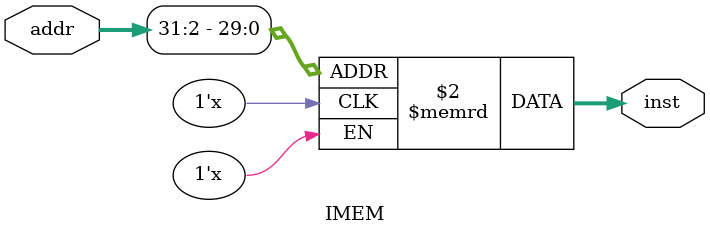
<source format=v>
`timescale 1ns / 1ps


module IMEM(
    input wire [31:0] addr,
    output reg [31:0] inst
    );
    reg [31:0] mem [0:(2**30)-1];
    //initial begin
        //$readmemh("C:/Users/manan/CA_Project/CA_Project.sim/sim_1/behav/inst.hex", mem);
    //end
    
    //Word aligned read
    always@(*) begin
        inst = mem[addr[31:2]];
    end
endmodule

</source>
